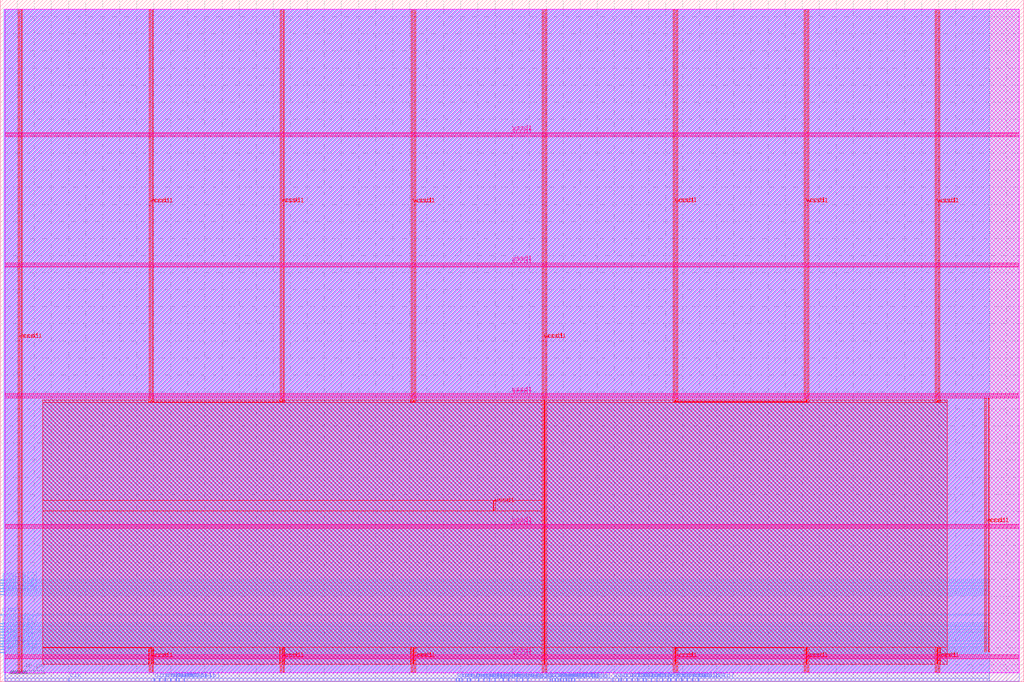
<source format=lef>
VERSION 5.7 ;
  NOWIREEXTENSIONATPIN ON ;
  DIVIDERCHAR "/" ;
  BUSBITCHARS "[]" ;
MACRO counter
  CLASS BLOCK ;
  FOREIGN counter ;
  ORIGIN 0.000 0.000 ;
  SIZE 1200.000 BY 800.000 ;
  PIN addr00[0]
    DIRECTION INPUT ;
    USE SIGNAL ;
    ANTENNAGATEAREA 0.647700 ;
    ANTENNADIFFAREA 0.434700 ;
    PORT
      LAYER met3 ;
        RECT 0.000 68.040 4.000 68.640 ;
    END
  END addr00[0]
  PIN addr00[1]
    DIRECTION INPUT ;
    USE SIGNAL ;
    ANTENNAGATEAREA 0.560700 ;
    ANTENNADIFFAREA 0.434700 ;
    PORT
      LAYER met3 ;
        RECT 0.000 40.840 4.000 41.440 ;
    END
  END addr00[1]
  PIN addr00[2]
    DIRECTION INPUT ;
    USE SIGNAL ;
    ANTENNAGATEAREA 0.560700 ;
    ANTENNADIFFAREA 0.434700 ;
    PORT
      LAYER met3 ;
        RECT 0.000 102.040 4.000 102.640 ;
    END
  END addr00[2]
  PIN addr00[3]
    DIRECTION INPUT ;
    USE SIGNAL ;
    ANTENNAGATEAREA 0.560700 ;
    ANTENNADIFFAREA 0.434700 ;
    PORT
      LAYER met3 ;
        RECT 0.000 115.640 4.000 116.240 ;
    END
  END addr00[3]
  PIN addr00[4]
    DIRECTION INPUT ;
    USE SIGNAL ;
    ANTENNAGATEAREA 0.560700 ;
    ANTENNADIFFAREA 0.434700 ;
    PORT
      LAYER met3 ;
        RECT 0.000 112.240 4.000 112.840 ;
    END
  END addr00[4]
  PIN addr00[5]
    DIRECTION INPUT ;
    USE SIGNAL ;
    ANTENNAGATEAREA 0.560700 ;
    ANTENNADIFFAREA 0.434700 ;
    PORT
      LAYER met3 ;
        RECT 0.000 105.440 4.000 106.040 ;
    END
  END addr00[5]
  PIN addr00[6]
    DIRECTION INPUT ;
    USE SIGNAL ;
    ANTENNAGATEAREA 0.560700 ;
    ANTENNADIFFAREA 0.434700 ;
    PORT
      LAYER met3 ;
        RECT 0.000 108.840 4.000 109.440 ;
    END
  END addr00[6]
  PIN addr00[7]
    DIRECTION INPUT ;
    USE SIGNAL ;
    ANTENNAGATEAREA 0.560700 ;
    ANTENNADIFFAREA 0.434700 ;
    PORT
      LAYER met3 ;
        RECT 0.000 119.040 4.000 119.640 ;
    END
  END addr00[7]
  PIN addr01[0]
    DIRECTION INPUT ;
    USE SIGNAL ;
    ANTENNAGATEAREA 0.631200 ;
    ANTENNADIFFAREA 0.434700 ;
    PORT
      LAYER met2 ;
        RECT 718.150 0.000 718.430 4.000 ;
    END
  END addr01[0]
  PIN addr01[1]
    DIRECTION INPUT ;
    USE SIGNAL ;
    ANTENNAGATEAREA 0.631200 ;
    ANTENNADIFFAREA 0.434700 ;
    PORT
      LAYER met2 ;
        RECT 724.590 0.000 724.870 4.000 ;
    END
  END addr01[1]
  PIN addr01[2]
    DIRECTION INPUT ;
    USE SIGNAL ;
    ANTENNAGATEAREA 0.647700 ;
    ANTENNADIFFAREA 0.434700 ;
    PORT
      LAYER met2 ;
        RECT 673.070 0.000 673.350 4.000 ;
    END
  END addr01[2]
  PIN addr01[3]
    DIRECTION INPUT ;
    USE SIGNAL ;
    ANTENNAGATEAREA 0.647700 ;
    ANTENNADIFFAREA 0.434700 ;
    PORT
      LAYER met2 ;
        RECT 663.410 0.000 663.690 4.000 ;
    END
  END addr01[3]
  PIN addr01[4]
    DIRECTION INPUT ;
    USE SIGNAL ;
    ANTENNAGATEAREA 0.647700 ;
    ANTENNADIFFAREA 0.434700 ;
    PORT
      LAYER met2 ;
        RECT 660.190 0.000 660.470 4.000 ;
    END
  END addr01[4]
  PIN addr01[5]
    DIRECTION INPUT ;
    USE SIGNAL ;
    ANTENNAGATEAREA 0.647700 ;
    ANTENNADIFFAREA 0.434700 ;
    PORT
      LAYER met2 ;
        RECT 653.750 0.000 654.030 4.000 ;
    END
  END addr01[5]
  PIN addr01[6]
    DIRECTION INPUT ;
    USE SIGNAL ;
    ANTENNAGATEAREA 0.647700 ;
    ANTENNADIFFAREA 0.434700 ;
    PORT
      LAYER met2 ;
        RECT 666.630 0.000 666.910 4.000 ;
    END
  END addr01[6]
  PIN addr01[7]
    DIRECTION INPUT ;
    USE SIGNAL ;
    ANTENNAGATEAREA 0.647700 ;
    ANTENNADIFFAREA 0.434700 ;
    PORT
      LAYER met2 ;
        RECT 669.850 0.000 670.130 4.000 ;
    END
  END addr01[7]
  PIN clk
    DIRECTION INPUT ;
    USE SIGNAL ;
    ANTENNAGATEAREA 1.286700 ;
    ANTENNADIFFAREA 0.434700 ;
    PORT
      LAYER met2 ;
        RECT 80.590 0.000 80.870 4.000 ;
    END
  END clk
  PIN csb00
    DIRECTION INPUT ;
    USE SIGNAL ;
    ANTENNAGATEAREA 0.631200 ;
    ANTENNADIFFAREA 0.434700 ;
    PORT
      LAYER met3 ;
        RECT 0.000 78.240 4.000 78.840 ;
    END
  END csb00
  PIN csb01
    DIRECTION INPUT ;
    USE SIGNAL ;
    ANTENNAGATEAREA 0.631200 ;
    ANTENNADIFFAREA 0.434700 ;
    PORT
      LAYER met2 ;
        RECT 650.530 0.000 650.810 4.000 ;
    END
  END csb01
  PIN din00[0]
    DIRECTION INPUT ;
    USE SIGNAL ;
    ANTENNAGATEAREA 0.647700 ;
    ANTENNADIFFAREA 0.434700 ;
    PORT
      LAYER met3 ;
        RECT 0.000 34.040 4.000 34.640 ;
    END
  END din00[0]
  PIN din00[10]
    DIRECTION INPUT ;
    USE SIGNAL ;
    ANTENNAGATEAREA 0.631200 ;
    ANTENNADIFFAREA 0.434700 ;
    PORT
      LAYER met2 ;
        RECT 186.850 0.000 187.130 4.000 ;
    END
  END din00[10]
  PIN din00[11]
    DIRECTION INPUT ;
    USE SIGNAL ;
    ANTENNAGATEAREA 0.631200 ;
    ANTENNADIFFAREA 0.434700 ;
    PORT
      LAYER met2 ;
        RECT 193.290 0.000 193.570 4.000 ;
    END
  END din00[11]
  PIN din00[12]
    DIRECTION INPUT ;
    USE SIGNAL ;
    ANTENNAGATEAREA 0.631200 ;
    ANTENNADIFFAREA 0.434700 ;
    PORT
      LAYER met2 ;
        RECT 199.730 0.000 200.010 4.000 ;
    END
  END din00[12]
  PIN din00[13]
    DIRECTION INPUT ;
    USE SIGNAL ;
    ANTENNAGATEAREA 0.631200 ;
    ANTENNADIFFAREA 0.434700 ;
    PORT
      LAYER met2 ;
        RECT 206.170 0.000 206.450 4.000 ;
    END
  END din00[13]
  PIN din00[14]
    DIRECTION INPUT ;
    USE SIGNAL ;
    ANTENNAGATEAREA 0.631200 ;
    ANTENNADIFFAREA 0.434700 ;
    PORT
      LAYER met2 ;
        RECT 209.390 0.000 209.670 4.000 ;
    END
  END din00[14]
  PIN din00[15]
    DIRECTION INPUT ;
    USE SIGNAL ;
    ANTENNAGATEAREA 0.631200 ;
    ANTENNADIFFAREA 0.434700 ;
    PORT
      LAYER met2 ;
        RECT 215.830 0.000 216.110 4.000 ;
    END
  END din00[15]
  PIN din00[1]
    DIRECTION INPUT ;
    USE SIGNAL ;
    ANTENNAGATEAREA 0.647700 ;
    ANTENNADIFFAREA 0.434700 ;
    PORT
      LAYER met3 ;
        RECT 0.000 47.640 4.000 48.240 ;
    END
  END din00[1]
  PIN din00[2]
    DIRECTION INPUT ;
    USE SIGNAL ;
    ANTENNAGATEAREA 0.647700 ;
    ANTENNADIFFAREA 0.434700 ;
    PORT
      LAYER met3 ;
        RECT 0.000 54.440 4.000 55.040 ;
    END
  END din00[2]
  PIN din00[3]
    DIRECTION INPUT ;
    USE SIGNAL ;
    ANTENNAGATEAREA 0.647700 ;
    ANTENNADIFFAREA 0.434700 ;
    PORT
      LAYER met3 ;
        RECT 0.000 44.240 4.000 44.840 ;
    END
  END din00[3]
  PIN din00[4]
    DIRECTION INPUT ;
    USE SIGNAL ;
    ANTENNAGATEAREA 0.647700 ;
    ANTENNADIFFAREA 0.434700 ;
    PORT
      LAYER met3 ;
        RECT 0.000 61.240 4.000 61.840 ;
    END
  END din00[4]
  PIN din00[5]
    DIRECTION INPUT ;
    USE SIGNAL ;
    ANTENNAGATEAREA 0.647700 ;
    ANTENNADIFFAREA 0.434700 ;
    PORT
      LAYER met3 ;
        RECT 0.000 37.440 4.000 38.040 ;
    END
  END din00[5]
  PIN din00[6]
    DIRECTION INPUT ;
    USE SIGNAL ;
    ANTENNAGATEAREA 0.647700 ;
    ANTENNADIFFAREA 0.434700 ;
    PORT
      LAYER met3 ;
        RECT 0.000 51.040 4.000 51.640 ;
    END
  END din00[6]
  PIN din00[7]
    DIRECTION INPUT ;
    USE SIGNAL ;
    ANTENNAGATEAREA 0.647700 ;
    ANTENNADIFFAREA 0.434700 ;
    PORT
      LAYER met3 ;
        RECT 0.000 64.640 4.000 65.240 ;
    END
  END din00[7]
  PIN din00[8]
    DIRECTION INPUT ;
    USE SIGNAL ;
    ANTENNAGATEAREA 0.647700 ;
    ANTENNADIFFAREA 0.434700 ;
    PORT
      LAYER met3 ;
        RECT 0.000 57.840 4.000 58.440 ;
    END
  END din00[8]
  PIN din00[9]
    DIRECTION INPUT ;
    USE SIGNAL ;
    ANTENNAGATEAREA 0.631200 ;
    ANTENNADIFFAREA 0.434700 ;
    PORT
      LAYER met2 ;
        RECT 180.410 0.000 180.690 4.000 ;
    END
  END din00[9]
  PIN din01[0]
    DIRECTION INPUT ;
    USE SIGNAL ;
    ANTENNAGATEAREA 0.631200 ;
    ANTENNADIFFAREA 0.434700 ;
    PORT
      LAYER met2 ;
        RECT 727.810 0.000 728.090 4.000 ;
    END
  END din01[0]
  PIN din01[10]
    DIRECTION INPUT ;
    USE SIGNAL ;
    ANTENNAGATEAREA 0.631200 ;
    ANTENNADIFFAREA 0.434700 ;
    PORT
      LAYER met2 ;
        RECT 785.770 0.000 786.050 4.000 ;
    END
  END din01[10]
  PIN din01[11]
    DIRECTION INPUT ;
    USE SIGNAL ;
    ANTENNAGATEAREA 0.631200 ;
    ANTENNADIFFAREA 0.434700 ;
    PORT
      LAYER met2 ;
        RECT 792.210 0.000 792.490 4.000 ;
    END
  END din01[11]
  PIN din01[12]
    DIRECTION INPUT ;
    USE SIGNAL ;
    ANTENNAGATEAREA 0.631200 ;
    ANTENNADIFFAREA 0.434700 ;
    PORT
      LAYER met2 ;
        RECT 798.650 0.000 798.930 4.000 ;
    END
  END din01[12]
  PIN din01[13]
    DIRECTION INPUT ;
    USE SIGNAL ;
    ANTENNAGATEAREA 0.631200 ;
    ANTENNADIFFAREA 0.434700 ;
    PORT
      LAYER met2 ;
        RECT 805.090 0.000 805.370 4.000 ;
    END
  END din01[13]
  PIN din01[14]
    DIRECTION INPUT ;
    USE SIGNAL ;
    ANTENNAGATEAREA 0.631200 ;
    ANTENNADIFFAREA 0.434700 ;
    PORT
      LAYER met2 ;
        RECT 811.530 0.000 811.810 4.000 ;
    END
  END din01[14]
  PIN din01[15]
    DIRECTION INPUT ;
    USE SIGNAL ;
    ANTENNAGATEAREA 0.631200 ;
    ANTENNADIFFAREA 0.434700 ;
    PORT
      LAYER met2 ;
        RECT 817.970 0.000 818.250 4.000 ;
    END
  END din01[15]
  PIN din01[1]
    DIRECTION INPUT ;
    USE SIGNAL ;
    ANTENNAGATEAREA 0.631200 ;
    ANTENNADIFFAREA 0.434700 ;
    PORT
      LAYER met2 ;
        RECT 734.250 0.000 734.530 4.000 ;
    END
  END din01[1]
  PIN din01[2]
    DIRECTION INPUT ;
    USE SIGNAL ;
    ANTENNAGATEAREA 0.631200 ;
    ANTENNADIFFAREA 0.434700 ;
    PORT
      LAYER met2 ;
        RECT 740.690 0.000 740.970 4.000 ;
    END
  END din01[2]
  PIN din01[3]
    DIRECTION INPUT ;
    USE SIGNAL ;
    ANTENNAGATEAREA 0.631200 ;
    ANTENNADIFFAREA 0.434700 ;
    PORT
      LAYER met2 ;
        RECT 747.130 0.000 747.410 4.000 ;
    END
  END din01[3]
  PIN din01[4]
    DIRECTION INPUT ;
    USE SIGNAL ;
    ANTENNAGATEAREA 0.631200 ;
    ANTENNADIFFAREA 0.434700 ;
    PORT
      LAYER met2 ;
        RECT 753.570 0.000 753.850 4.000 ;
    END
  END din01[4]
  PIN din01[5]
    DIRECTION INPUT ;
    USE SIGNAL ;
    ANTENNAGATEAREA 0.631200 ;
    ANTENNADIFFAREA 0.434700 ;
    PORT
      LAYER met2 ;
        RECT 756.790 0.000 757.070 4.000 ;
    END
  END din01[5]
  PIN din01[6]
    DIRECTION INPUT ;
    USE SIGNAL ;
    ANTENNAGATEAREA 0.631200 ;
    ANTENNADIFFAREA 0.434700 ;
    PORT
      LAYER met2 ;
        RECT 763.230 0.000 763.510 4.000 ;
    END
  END din01[6]
  PIN din01[7]
    DIRECTION INPUT ;
    USE SIGNAL ;
    ANTENNAGATEAREA 0.631200 ;
    ANTENNADIFFAREA 0.434700 ;
    PORT
      LAYER met2 ;
        RECT 769.670 0.000 769.950 4.000 ;
    END
  END din01[7]
  PIN din01[8]
    DIRECTION INPUT ;
    USE SIGNAL ;
    ANTENNAGATEAREA 0.631200 ;
    ANTENNADIFFAREA 0.434700 ;
    PORT
      LAYER met2 ;
        RECT 776.110 0.000 776.390 4.000 ;
    END
  END din01[8]
  PIN din01[9]
    DIRECTION INPUT ;
    USE SIGNAL ;
    ANTENNAGATEAREA 0.631200 ;
    ANTENNADIFFAREA 0.434700 ;
    PORT
      LAYER met2 ;
        RECT 782.550 0.000 782.830 4.000 ;
    END
  END din01[9]
  PIN rst
    DIRECTION INPUT ;
    USE SIGNAL ;
    ANTENNAGATEAREA 0.631200 ;
    ANTENNADIFFAREA 0.434700 ;
    PORT
      LAYER met2 ;
        RECT 541.050 0.000 541.330 4.000 ;
    END
  END rst
  PIN sine_out[0]
    DIRECTION OUTPUT ;
    USE SIGNAL ;
    ANTENNADIFFAREA 0.340600 ;
    PORT
      LAYER met2 ;
        RECT 534.610 0.000 534.890 4.000 ;
    END
  END sine_out[0]
  PIN sine_out[10]
    DIRECTION OUTPUT ;
    USE SIGNAL ;
    ANTENNADIFFAREA 0.340600 ;
    PORT
      LAYER met2 ;
        RECT 605.450 0.000 605.730 4.000 ;
    END
  END sine_out[10]
  PIN sine_out[11]
    DIRECTION OUTPUT ;
    USE SIGNAL ;
    ANTENNADIFFAREA 0.340600 ;
    PORT
      LAYER met2 ;
        RECT 611.890 0.000 612.170 4.000 ;
    END
  END sine_out[11]
  PIN sine_out[12]
    DIRECTION OUTPUT ;
    USE SIGNAL ;
    ANTENNADIFFAREA 0.340600 ;
    PORT
      LAYER met2 ;
        RECT 618.330 0.000 618.610 4.000 ;
    END
  END sine_out[12]
  PIN sine_out[13]
    DIRECTION OUTPUT ;
    USE SIGNAL ;
    ANTENNADIFFAREA 0.340600 ;
    PORT
      LAYER met2 ;
        RECT 647.310 0.000 647.590 4.000 ;
    END
  END sine_out[13]
  PIN sine_out[14]
    DIRECTION OUTPUT ;
    USE SIGNAL ;
    ANTENNADIFFAREA 0.340600 ;
    PORT
      LAYER met2 ;
        RECT 644.090 0.000 644.370 4.000 ;
    END
  END sine_out[14]
  PIN sine_out[15]
    DIRECTION OUTPUT ;
    USE SIGNAL ;
    ANTENNADIFFAREA 0.340600 ;
    PORT
      LAYER met2 ;
        RECT 656.970 0.000 657.250 4.000 ;
    END
  END sine_out[15]
  PIN sine_out[1]
    DIRECTION OUTPUT ;
    USE SIGNAL ;
    ANTENNADIFFAREA 0.340600 ;
    PORT
      LAYER met2 ;
        RECT 537.830 0.000 538.110 4.000 ;
    END
  END sine_out[1]
  PIN sine_out[2]
    DIRECTION OUTPUT ;
    USE SIGNAL ;
    ANTENNADIFFAREA 0.340600 ;
    PORT
      LAYER met2 ;
        RECT 547.490 0.000 547.770 4.000 ;
    END
  END sine_out[2]
  PIN sine_out[3]
    DIRECTION OUTPUT ;
    USE SIGNAL ;
    ANTENNADIFFAREA 0.340600 ;
    PORT
      LAYER met2 ;
        RECT 550.710 0.000 550.990 4.000 ;
    END
  END sine_out[3]
  PIN sine_out[4]
    DIRECTION OUTPUT ;
    USE SIGNAL ;
    ANTENNADIFFAREA 0.340600 ;
    PORT
      LAYER met2 ;
        RECT 560.370 0.000 560.650 4.000 ;
    END
  END sine_out[4]
  PIN sine_out[5]
    DIRECTION OUTPUT ;
    USE SIGNAL ;
    ANTENNADIFFAREA 0.340600 ;
    PORT
      LAYER met2 ;
        RECT 566.810 0.000 567.090 4.000 ;
    END
  END sine_out[5]
  PIN sine_out[6]
    DIRECTION OUTPUT ;
    USE SIGNAL ;
    ANTENNADIFFAREA 0.340600 ;
    PORT
      LAYER met2 ;
        RECT 573.250 0.000 573.530 4.000 ;
    END
  END sine_out[6]
  PIN sine_out[7]
    DIRECTION OUTPUT ;
    USE SIGNAL ;
    ANTENNADIFFAREA 0.340600 ;
    PORT
      LAYER met2 ;
        RECT 579.690 0.000 579.970 4.000 ;
    END
  END sine_out[7]
  PIN sine_out[8]
    DIRECTION OUTPUT ;
    USE SIGNAL ;
    ANTENNADIFFAREA 0.340600 ;
    PORT
      LAYER met2 ;
        RECT 589.350 0.000 589.630 4.000 ;
    END
  END sine_out[8]
  PIN sine_out[9]
    DIRECTION OUTPUT ;
    USE SIGNAL ;
    ANTENNADIFFAREA 0.340600 ;
    PORT
      LAYER met2 ;
        RECT 595.790 0.000 596.070 4.000 ;
    END
  END sine_out[9]
  PIN vccd1
    DIRECTION INOUT ;
    USE POWER ;
    PORT
      LAYER met4 ;
        RECT 21.040 10.640 22.640 789.040 ;
    END
    PORT
      LAYER met4 ;
        RECT 174.640 10.640 176.240 39.400 ;
    END
    PORT
      LAYER met4 ;
        RECT 174.640 328.250 176.240 789.040 ;
    END
    PORT
      LAYER met4 ;
        RECT 328.240 10.640 329.840 40.320 ;
    END
    PORT
      LAYER met4 ;
        RECT 328.240 328.880 329.840 789.040 ;
    END
    PORT
      LAYER met4 ;
        RECT 481.840 10.640 483.440 40.320 ;
    END
    PORT
      LAYER met4 ;
        RECT 481.840 328.250 483.440 789.040 ;
    END
    PORT
      LAYER met4 ;
        RECT 635.440 10.640 637.040 789.040 ;
    END
    PORT
      LAYER met4 ;
        RECT 789.040 10.640 790.640 40.320 ;
    END
    PORT
      LAYER met4 ;
        RECT 789.040 328.250 790.640 789.040 ;
    END
    PORT
      LAYER met4 ;
        RECT 942.640 10.640 944.240 40.320 ;
    END
    PORT
      LAYER met4 ;
        RECT 942.640 328.880 944.240 789.040 ;
    END
    PORT
      LAYER met4 ;
        RECT 1096.240 10.640 1097.840 40.320 ;
    END
    PORT
      LAYER met4 ;
        RECT 1096.240 328.250 1097.840 789.040 ;
    END
    PORT
      LAYER met5 ;
        RECT 5.280 26.730 1194.400 28.330 ;
    END
    PORT
      LAYER met5 ;
        RECT 5.280 179.910 1194.400 181.510 ;
    END
    PORT
      LAYER met5 ;
        RECT 5.280 333.090 1194.400 334.690 ;
    END
    PORT
      LAYER met5 ;
        RECT 5.280 486.270 1194.400 487.870 ;
    END
    PORT
      LAYER met5 ;
        RECT 5.280 639.450 1194.400 641.050 ;
    END
    PORT
      LAYER met4 ;
        RECT 1154.260 35.120 1155.860 332.080 ;
    END
  END vccd1
  PIN vssd1
    DIRECTION INOUT ;
    USE GROUND ;
    PORT
      LAYER met4 ;
        RECT 24.340 10.640 25.940 789.040 ;
    END
    PORT
      LAYER met4 ;
        RECT 177.940 10.640 179.540 40.320 ;
    END
    PORT
      LAYER met4 ;
        RECT 177.940 328.250 179.540 789.040 ;
    END
    PORT
      LAYER met4 ;
        RECT 331.540 10.640 333.140 40.320 ;
    END
    PORT
      LAYER met4 ;
        RECT 331.540 328.250 333.140 789.040 ;
    END
    PORT
      LAYER met4 ;
        RECT 485.140 10.640 486.740 40.320 ;
    END
    PORT
      LAYER met4 ;
        RECT 485.140 328.250 486.740 789.040 ;
    END
    PORT
      LAYER met4 ;
        RECT 638.740 10.640 640.340 789.040 ;
    END
    PORT
      LAYER met4 ;
        RECT 792.340 10.640 793.940 39.400 ;
    END
    PORT
      LAYER met4 ;
        RECT 792.340 329.170 793.940 789.040 ;
    END
    PORT
      LAYER met4 ;
        RECT 945.940 10.640 947.540 40.320 ;
    END
    PORT
      LAYER met4 ;
        RECT 945.940 328.250 947.540 789.040 ;
    END
    PORT
      LAYER met4 ;
        RECT 1099.540 10.640 1101.140 40.320 ;
    END
    PORT
      LAYER met4 ;
        RECT 1099.540 328.250 1101.140 789.040 ;
    END
    PORT
      LAYER met5 ;
        RECT 5.280 30.030 1194.400 31.630 ;
    END
    PORT
      LAYER met5 ;
        RECT 5.280 183.210 1194.400 184.810 ;
    END
    PORT
      LAYER met5 ;
        RECT 5.280 336.390 1194.400 337.990 ;
    END
    PORT
      LAYER met5 ;
        RECT 5.280 489.570 1194.400 491.170 ;
    END
    PORT
      LAYER met5 ;
        RECT 5.280 642.750 1194.400 644.350 ;
    END
    PORT
      LAYER met4 ;
        RECT 578.340 201.040 579.940 212.400 ;
    END
    PORT
      LAYER met4 ;
        RECT 1157.940 35.120 1159.540 332.080 ;
    END
  END vssd1
  OBS
      LAYER nwell ;
        RECT 5.330 10.795 1194.350 788.885 ;
      LAYER li1 ;
        RECT 5.520 10.795 1194.160 788.885 ;
      LAYER met1 ;
        RECT 5.520 0.380 1194.160 789.040 ;
      LAYER met2 ;
        RECT 6.070 4.280 1159.510 788.985 ;
        RECT 6.070 0.350 80.310 4.280 ;
        RECT 81.150 0.350 180.130 4.280 ;
        RECT 180.970 0.350 186.570 4.280 ;
        RECT 187.410 0.350 193.010 4.280 ;
        RECT 193.850 0.350 199.450 4.280 ;
        RECT 200.290 0.350 205.890 4.280 ;
        RECT 206.730 0.350 209.110 4.280 ;
        RECT 209.950 0.350 215.550 4.280 ;
        RECT 216.390 0.350 534.330 4.280 ;
        RECT 535.170 0.350 537.550 4.280 ;
        RECT 538.390 0.350 540.770 4.280 ;
        RECT 541.610 0.350 547.210 4.280 ;
        RECT 548.050 0.350 550.430 4.280 ;
        RECT 551.270 0.350 560.090 4.280 ;
        RECT 560.930 0.350 566.530 4.280 ;
        RECT 567.370 0.350 572.970 4.280 ;
        RECT 573.810 0.350 579.410 4.280 ;
        RECT 580.250 0.350 589.070 4.280 ;
        RECT 589.910 0.350 595.510 4.280 ;
        RECT 596.350 0.350 605.170 4.280 ;
        RECT 606.010 0.350 611.610 4.280 ;
        RECT 612.450 0.350 618.050 4.280 ;
        RECT 618.890 0.350 643.810 4.280 ;
        RECT 644.650 0.350 647.030 4.280 ;
        RECT 647.870 0.350 650.250 4.280 ;
        RECT 651.090 0.350 653.470 4.280 ;
        RECT 654.310 0.350 656.690 4.280 ;
        RECT 657.530 0.350 659.910 4.280 ;
        RECT 660.750 0.350 663.130 4.280 ;
        RECT 663.970 0.350 666.350 4.280 ;
        RECT 667.190 0.350 669.570 4.280 ;
        RECT 670.410 0.350 672.790 4.280 ;
        RECT 673.630 0.350 717.870 4.280 ;
        RECT 718.710 0.350 724.310 4.280 ;
        RECT 725.150 0.350 727.530 4.280 ;
        RECT 728.370 0.350 733.970 4.280 ;
        RECT 734.810 0.350 740.410 4.280 ;
        RECT 741.250 0.350 746.850 4.280 ;
        RECT 747.690 0.350 753.290 4.280 ;
        RECT 754.130 0.350 756.510 4.280 ;
        RECT 757.350 0.350 762.950 4.280 ;
        RECT 763.790 0.350 769.390 4.280 ;
        RECT 770.230 0.350 775.830 4.280 ;
        RECT 776.670 0.350 782.270 4.280 ;
        RECT 783.110 0.350 785.490 4.280 ;
        RECT 786.330 0.350 791.930 4.280 ;
        RECT 792.770 0.350 798.370 4.280 ;
        RECT 799.210 0.350 804.810 4.280 ;
        RECT 805.650 0.350 811.250 4.280 ;
        RECT 812.090 0.350 817.690 4.280 ;
        RECT 818.530 0.350 1159.510 4.280 ;
      LAYER met3 ;
        RECT 4.000 120.040 1159.530 788.965 ;
        RECT 4.400 118.640 1159.530 120.040 ;
        RECT 4.000 116.640 1159.530 118.640 ;
        RECT 4.400 115.240 1159.530 116.640 ;
        RECT 4.000 113.240 1159.530 115.240 ;
        RECT 4.400 111.840 1159.530 113.240 ;
        RECT 4.000 109.840 1159.530 111.840 ;
        RECT 4.400 108.440 1159.530 109.840 ;
        RECT 4.000 106.440 1159.530 108.440 ;
        RECT 4.400 105.040 1159.530 106.440 ;
        RECT 4.000 103.040 1159.530 105.040 ;
        RECT 4.400 101.640 1159.530 103.040 ;
        RECT 4.000 79.240 1159.530 101.640 ;
        RECT 4.400 77.840 1159.530 79.240 ;
        RECT 4.000 69.040 1159.530 77.840 ;
        RECT 4.400 67.640 1159.530 69.040 ;
        RECT 4.000 65.640 1159.530 67.640 ;
        RECT 4.400 64.240 1159.530 65.640 ;
        RECT 4.000 62.240 1159.530 64.240 ;
        RECT 4.400 60.840 1159.530 62.240 ;
        RECT 4.000 58.840 1159.530 60.840 ;
        RECT 4.400 57.440 1159.530 58.840 ;
        RECT 4.000 55.440 1159.530 57.440 ;
        RECT 4.400 54.040 1159.530 55.440 ;
        RECT 4.000 52.040 1159.530 54.040 ;
        RECT 4.400 50.640 1159.530 52.040 ;
        RECT 4.000 48.640 1159.530 50.640 ;
        RECT 4.400 47.240 1159.530 48.640 ;
        RECT 4.000 45.240 1159.530 47.240 ;
        RECT 4.400 43.840 1159.530 45.240 ;
        RECT 4.000 41.840 1159.530 43.840 ;
        RECT 4.400 40.440 1159.530 41.840 ;
        RECT 4.000 38.440 1159.530 40.440 ;
        RECT 4.400 37.040 1159.530 38.440 ;
        RECT 4.000 35.040 1159.530 37.040 ;
        RECT 4.400 33.640 1159.530 35.040 ;
        RECT 4.000 10.715 1159.530 33.640 ;
      LAYER met4 ;
        RECT 50.000 327.850 174.240 330.305 ;
        RECT 176.640 327.850 177.540 330.305 ;
        RECT 179.940 328.480 327.840 330.305 ;
        RECT 330.240 328.480 331.140 330.305 ;
        RECT 179.940 327.850 331.140 328.480 ;
        RECT 333.540 327.850 481.440 330.305 ;
        RECT 483.840 327.850 484.740 330.305 ;
        RECT 487.140 327.850 635.040 330.305 ;
        RECT 50.000 212.800 635.040 327.850 ;
        RECT 50.000 200.640 577.940 212.800 ;
        RECT 580.340 200.640 635.040 212.800 ;
        RECT 50.000 40.720 635.040 200.640 ;
        RECT 50.000 39.800 177.540 40.720 ;
        RECT 50.000 20.575 174.240 39.800 ;
        RECT 176.640 20.575 177.540 39.800 ;
        RECT 179.940 20.575 327.840 40.720 ;
        RECT 330.240 20.575 331.140 40.720 ;
        RECT 333.540 20.575 481.440 40.720 ;
        RECT 483.840 20.575 484.740 40.720 ;
        RECT 487.140 20.575 635.040 40.720 ;
        RECT 637.440 20.575 638.340 330.305 ;
        RECT 640.740 327.850 788.640 330.305 ;
        RECT 791.040 328.770 791.940 330.305 ;
        RECT 794.340 328.770 942.240 330.305 ;
        RECT 791.040 328.480 942.240 328.770 ;
        RECT 944.640 328.480 945.540 330.305 ;
        RECT 791.040 327.850 945.540 328.480 ;
        RECT 947.940 327.850 1095.840 330.305 ;
        RECT 1098.240 327.850 1099.140 330.305 ;
        RECT 1101.540 327.850 1109.900 330.305 ;
        RECT 640.740 40.720 1109.900 327.850 ;
        RECT 640.740 20.575 788.640 40.720 ;
        RECT 791.040 39.800 942.240 40.720 ;
        RECT 791.040 20.575 791.940 39.800 ;
        RECT 794.340 20.575 942.240 39.800 ;
        RECT 944.640 20.575 945.540 40.720 ;
        RECT 947.940 20.575 1095.840 40.720 ;
        RECT 1098.240 20.575 1099.140 40.720 ;
        RECT 1101.540 20.575 1109.900 40.720 ;
  END
END counter
END LIBRARY


</source>
